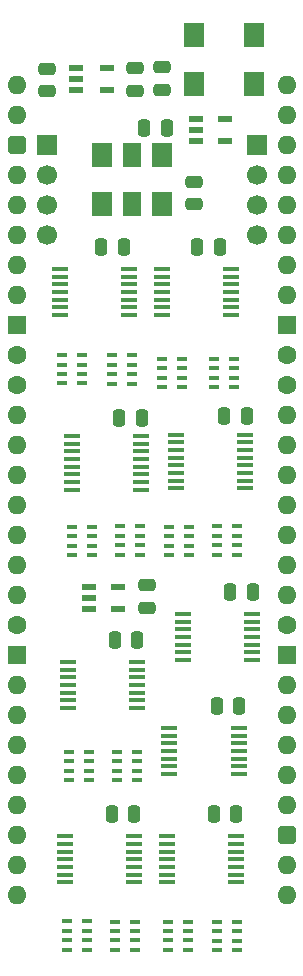
<source format=gts>
%TF.GenerationSoftware,KiCad,Pcbnew,9.0.7-9.0.7~ubuntu24.04.1*%
%TF.CreationDate,2026-02-19T11:05:43+02:00*%
%TF.ProjectId,Triple MPU Clock Generator,54726970-6c65-4204-9d50-5520436c6f63,V1*%
%TF.SameCoordinates,Original*%
%TF.FileFunction,Soldermask,Top*%
%TF.FilePolarity,Negative*%
%FSLAX46Y46*%
G04 Gerber Fmt 4.6, Leading zero omitted, Abs format (unit mm)*
G04 Created by KiCad (PCBNEW 9.0.7-9.0.7~ubuntu24.04.1) date 2026-02-19 11:05:43*
%MOMM*%
%LPD*%
G01*
G04 APERTURE LIST*
G04 Aperture macros list*
%AMRoundRect*
0 Rectangle with rounded corners*
0 $1 Rounding radius*
0 $2 $3 $4 $5 $6 $7 $8 $9 X,Y pos of 4 corners*
0 Add a 4 corners polygon primitive as box body*
4,1,4,$2,$3,$4,$5,$6,$7,$8,$9,$2,$3,0*
0 Add four circle primitives for the rounded corners*
1,1,$1+$1,$2,$3*
1,1,$1+$1,$4,$5*
1,1,$1+$1,$6,$7*
1,1,$1+$1,$8,$9*
0 Add four rect primitives between the rounded corners*
20,1,$1+$1,$2,$3,$4,$5,0*
20,1,$1+$1,$4,$5,$6,$7,0*
20,1,$1+$1,$6,$7,$8,$9,0*
20,1,$1+$1,$8,$9,$2,$3,0*%
G04 Aperture macros list end*
%ADD10R,1.800000X2.000000*%
%ADD11R,1.250000X0.600000*%
%ADD12RoundRect,0.250000X0.475000X-0.250000X0.475000X0.250000X-0.475000X0.250000X-0.475000X-0.250000X0*%
%ADD13RoundRect,0.250000X-0.250000X-0.475000X0.250000X-0.475000X0.250000X0.475000X-0.250000X0.475000X0*%
%ADD14RoundRect,0.250000X0.250000X0.475000X-0.250000X0.475000X-0.250000X-0.475000X0.250000X-0.475000X0*%
%ADD15R,0.950000X0.450000*%
%ADD16R,1.600000X2.000000*%
%ADD17R,1.150000X0.600000*%
%ADD18O,1.600000X1.600000*%
%ADD19RoundRect,0.400000X-0.400000X-0.400000X0.400000X-0.400000X0.400000X0.400000X-0.400000X0.400000X0*%
%ADD20R,1.600000X1.600000*%
%ADD21C,1.600000*%
%ADD22R,0.900000X0.450000*%
%ADD23R,1.475000X0.450000*%
%ADD24R,1.700000X1.700000*%
%ADD25C,1.700000*%
%ADD26R,1.450000X0.450000*%
%ADD27RoundRect,0.250000X-0.475000X0.250000X-0.475000X-0.250000X0.475000X-0.250000X0.475000X0.250000X0*%
G04 APERTURE END LIST*
D10*
%TO.C,Y2*%
X14986000Y59000D03*
X20066000Y59000D03*
X20066000Y4259000D03*
X14986000Y4259000D03*
%TD*%
D11*
%TO.C,IC8*%
X15153000Y-2860000D03*
X15153000Y-3810000D03*
X15153000Y-4760000D03*
X17653000Y-4760000D03*
X17653000Y-2860000D03*
%TD*%
D12*
%TO.C,C15*%
X12319000Y-426000D03*
X12319000Y1474000D03*
%TD*%
D13*
%TO.C,C9*%
X10800000Y-3683000D03*
X12700000Y-3683000D03*
%TD*%
D14*
%TO.C,C4*%
X10205000Y-47020000D03*
X8305000Y-47020000D03*
%TD*%
D12*
%TO.C,C10*%
X2540000Y-553000D03*
X2540000Y1347000D03*
%TD*%
D15*
%TO.C,CN2*%
X14009000Y-25603200D03*
X14009000Y-24803200D03*
X14009000Y-24003200D03*
X14009000Y-23203200D03*
X12309000Y-23203200D03*
X12309000Y-24003200D03*
X12309000Y-24803200D03*
X12309000Y-25603200D03*
%TD*%
D10*
%TO.C,Y1*%
X7239000Y-10101000D03*
D16*
X9779000Y-10101000D03*
D10*
X12319000Y-10101000D03*
X12319000Y-5901000D03*
D16*
X9779000Y-5901000D03*
D10*
X7239000Y-5901000D03*
%TD*%
D17*
%TO.C,IC1*%
X5050000Y1458000D03*
X5050000Y508000D03*
X5050000Y-442000D03*
X7650000Y-442000D03*
X7650000Y1458000D03*
%TD*%
D14*
%TO.C,C12*%
X18587000Y-61722000D03*
X16687000Y-61722000D03*
%TD*%
%TO.C,C14*%
X19476000Y-28067000D03*
X17576000Y-28067000D03*
%TD*%
D18*
%TO.C,J2*%
X0Y0D03*
X0Y-2540000D03*
D19*
X0Y-5080000D03*
D18*
X0Y-7620000D03*
X0Y-10160000D03*
X0Y-12700000D03*
X0Y-15240000D03*
X0Y-17780000D03*
D20*
X0Y-20320000D03*
D21*
X0Y-22860000D03*
X0Y-25400000D03*
D18*
X0Y-27940000D03*
X0Y-30480000D03*
X0Y-33020000D03*
X0Y-35560000D03*
X0Y-38100000D03*
X0Y-40640000D03*
X0Y-43180000D03*
D21*
X0Y-45720000D03*
D20*
X0Y-48260000D03*
D18*
X0Y-50800000D03*
X0Y-53340000D03*
X0Y-55880000D03*
X0Y-58420000D03*
X0Y-60960000D03*
X0Y-63500000D03*
X0Y-66040000D03*
X0Y-68580000D03*
X22860000Y-68580000D03*
X22860000Y-66040000D03*
D19*
X22860000Y-63500000D03*
D18*
X22860000Y-60960000D03*
X22860000Y-58420000D03*
X22860000Y-55880000D03*
X22860000Y-53340000D03*
X22860000Y-50800000D03*
D20*
X22860000Y-48260000D03*
D21*
X22860000Y-45720000D03*
D18*
X22860000Y-43180000D03*
X22860000Y-40640000D03*
X22860000Y-38100000D03*
X22860000Y-35560000D03*
X22860000Y-33020000D03*
X22860000Y-30480000D03*
X22860000Y-27940000D03*
D21*
X22860000Y-25400000D03*
X22860000Y-22860000D03*
D20*
X22860000Y-20320000D03*
D18*
X22860000Y-17780000D03*
X22860000Y-15240000D03*
X22860000Y-12700000D03*
X22860000Y-10160000D03*
X22860000Y-7620000D03*
X22860000Y-5080000D03*
X22860000Y-2540000D03*
X22860000Y0D03*
%TD*%
D22*
%TO.C,RN3*%
X3849000Y-22880800D03*
X3849000Y-23680800D03*
X3849000Y-24480800D03*
X3849000Y-25280800D03*
X5549000Y-25280800D03*
X5549000Y-24480800D03*
X5549000Y-23680800D03*
X5549000Y-22880800D03*
%TD*%
D23*
%TO.C,IC3*%
X4340000Y-48850000D03*
X4340000Y-49500000D03*
X4340000Y-50150000D03*
X4340000Y-50800000D03*
X4340000Y-51450000D03*
X4340000Y-52100000D03*
X4340000Y-52750000D03*
X10216000Y-52750000D03*
X10216000Y-52100000D03*
X10216000Y-51450000D03*
X10216000Y-50800000D03*
X10216000Y-50150000D03*
X10216000Y-49500000D03*
X10216000Y-48850000D03*
%TD*%
D14*
%TO.C,C6*%
X17190000Y-13716000D03*
X15290000Y-13716000D03*
%TD*%
%TO.C,C7*%
X9951000Y-61722000D03*
X8051000Y-61722000D03*
%TD*%
D22*
%TO.C,RN7*%
X10160000Y-58877200D03*
X10160000Y-58077200D03*
X10160000Y-57277200D03*
X10160000Y-56477200D03*
X8460000Y-56477200D03*
X8460000Y-57277200D03*
X8460000Y-58077200D03*
X8460000Y-58877200D03*
%TD*%
D23*
%TO.C,IC4*%
X4064000Y-63627000D03*
X4064000Y-64277000D03*
X4064000Y-64927000D03*
X4064000Y-65577000D03*
X4064000Y-66227000D03*
X4064000Y-66877000D03*
X4064000Y-67527000D03*
X9940000Y-67527000D03*
X9940000Y-66877000D03*
X9940000Y-66227000D03*
X9940000Y-65577000D03*
X9940000Y-64927000D03*
X9940000Y-64277000D03*
X9940000Y-63627000D03*
%TD*%
%TO.C,IC2*%
X12302000Y-15576000D03*
X12302000Y-16226000D03*
X12302000Y-16876000D03*
X12302000Y-17526000D03*
X12302000Y-18176000D03*
X12302000Y-18826000D03*
X12302000Y-19476000D03*
X18178000Y-19476000D03*
X18178000Y-18826000D03*
X18178000Y-18176000D03*
X18178000Y-17526000D03*
X18178000Y-16876000D03*
X18178000Y-16226000D03*
X18178000Y-15576000D03*
%TD*%
D14*
%TO.C,C2*%
X9062000Y-13716000D03*
X7162000Y-13716000D03*
%TD*%
D15*
%TO.C,CN8*%
X6350000Y-39807999D03*
X6350000Y-39007999D03*
X6350000Y-38207999D03*
X6350000Y-37407999D03*
X4650000Y-37407999D03*
X4650000Y-38207999D03*
X4650000Y-39007999D03*
X4650000Y-39807999D03*
%TD*%
D12*
%TO.C,C11*%
X10033000Y-487000D03*
X10033000Y1413000D03*
%TD*%
D24*
%TO.C,J5*%
X20320000Y-5080000D03*
D25*
X20320000Y-7620000D03*
X20320000Y-10160000D03*
X20320000Y-12700000D03*
%TD*%
D22*
%TO.C,RN2*%
X16930000Y-37388800D03*
X16930000Y-38188800D03*
X16930000Y-38988800D03*
X16930000Y-39788800D03*
X18630000Y-39788800D03*
X18630000Y-38988800D03*
X18630000Y-38188800D03*
X18630000Y-37388800D03*
%TD*%
D23*
%TO.C,IC6*%
X14080000Y-44786000D03*
X14080000Y-45436000D03*
X14080000Y-46086000D03*
X14080000Y-46736000D03*
X14080000Y-47386000D03*
X14080000Y-48036000D03*
X14080000Y-48686000D03*
X19956000Y-48686000D03*
X19956000Y-48036000D03*
X19956000Y-47386000D03*
X19956000Y-46736000D03*
X19956000Y-46086000D03*
X19956000Y-45436000D03*
X19956000Y-44786000D03*
%TD*%
D24*
%TO.C,J4*%
X2540000Y-5080000D03*
D25*
X2540000Y-7620000D03*
X2540000Y-10160000D03*
X2540000Y-12700000D03*
%TD*%
D26*
%TO.C,IC7*%
X13458000Y-29602000D03*
X13458000Y-30252000D03*
X13458000Y-30902000D03*
X13458000Y-31552000D03*
X13458000Y-32202000D03*
X13458000Y-32852000D03*
X13458000Y-33502000D03*
X13458000Y-34152000D03*
X19308000Y-34152000D03*
X19308000Y-33502000D03*
X19308000Y-32852000D03*
X19308000Y-32202000D03*
X19308000Y-31552000D03*
X19308000Y-30902000D03*
X19308000Y-30252000D03*
X19308000Y-29602000D03*
%TD*%
D22*
%TO.C,RN6*%
X18376000Y-25603200D03*
X18376000Y-24803200D03*
X18376000Y-24003200D03*
X18376000Y-23203200D03*
X16676000Y-23203200D03*
X16676000Y-24003200D03*
X16676000Y-24803200D03*
X16676000Y-25603200D03*
%TD*%
D23*
%TO.C,IC10*%
X12937000Y-54438000D03*
X12937000Y-55088000D03*
X12937000Y-55738000D03*
X12937000Y-56388000D03*
X12937000Y-57038000D03*
X12937000Y-57688000D03*
X12937000Y-58338000D03*
X18813000Y-58338000D03*
X18813000Y-57688000D03*
X18813000Y-57038000D03*
X18813000Y-56388000D03*
X18813000Y-55738000D03*
X18813000Y-55088000D03*
X18813000Y-54438000D03*
%TD*%
D22*
%TO.C,RN8*%
X4230000Y-70815800D03*
X4230000Y-71615800D03*
X4230000Y-72415800D03*
X4230000Y-73215800D03*
X5930000Y-73215800D03*
X5930000Y-72415800D03*
X5930000Y-71615800D03*
X5930000Y-70815800D03*
%TD*%
D23*
%TO.C,IC5*%
X12700000Y-63627000D03*
X12700000Y-64277000D03*
X12700000Y-64927000D03*
X12700000Y-65577000D03*
X12700000Y-66227000D03*
X12700000Y-66877000D03*
X12700000Y-67527000D03*
X18576000Y-67527000D03*
X18576000Y-66877000D03*
X18576000Y-66227000D03*
X18576000Y-65577000D03*
X18576000Y-64927000D03*
X18576000Y-64277000D03*
X18576000Y-63627000D03*
%TD*%
D15*
%TO.C,CN5*%
X14478000Y-73235000D03*
X14478000Y-72435000D03*
X14478000Y-71635000D03*
X14478000Y-70835000D03*
X12778000Y-70835000D03*
X12778000Y-71635000D03*
X12778000Y-72435000D03*
X12778000Y-73235000D03*
%TD*%
D27*
%TO.C,C8*%
X14986000Y-8210000D03*
X14986000Y-10110000D03*
%TD*%
D15*
%TO.C,CN1*%
X8040000Y-22900000D03*
X8040000Y-23700000D03*
X8040000Y-24500000D03*
X8040000Y-25300000D03*
X9740000Y-25300000D03*
X9740000Y-24500000D03*
X9740000Y-23700000D03*
X9740000Y-22900000D03*
%TD*%
%TO.C,CN7*%
X14566000Y-39807999D03*
X14566000Y-39007999D03*
X14566000Y-38207999D03*
X14566000Y-37407999D03*
X12866000Y-37407999D03*
X12866000Y-38207999D03*
X12866000Y-39007999D03*
X12866000Y-39807999D03*
%TD*%
D26*
%TO.C,IC11*%
X4695000Y-29729000D03*
X4695000Y-30379000D03*
X4695000Y-31029000D03*
X4695000Y-31679000D03*
X4695000Y-32329000D03*
X4695000Y-32979000D03*
X4695000Y-33629000D03*
X4695000Y-34279000D03*
X10545000Y-34279000D03*
X10545000Y-33629000D03*
X10545000Y-32979000D03*
X10545000Y-32329000D03*
X10545000Y-31679000D03*
X10545000Y-31029000D03*
X10545000Y-30379000D03*
X10545000Y-29729000D03*
%TD*%
D11*
%TO.C,IC12*%
X6116000Y-42484000D03*
X6116000Y-43434000D03*
X6116000Y-44384000D03*
X8616000Y-44384000D03*
X8616000Y-42484000D03*
%TD*%
D14*
%TO.C,C13*%
X10586000Y-28194000D03*
X8686000Y-28194000D03*
%TD*%
D22*
%TO.C,RN9*%
X18630000Y-73254200D03*
X18630000Y-72454200D03*
X18630000Y-71654200D03*
X18630000Y-70854200D03*
X16930000Y-70854200D03*
X16930000Y-71654200D03*
X16930000Y-72454200D03*
X16930000Y-73254200D03*
%TD*%
D15*
%TO.C,CN3*%
X6096000Y-58858000D03*
X6096000Y-58058000D03*
X6096000Y-57258000D03*
X6096000Y-56458000D03*
X4396000Y-56458000D03*
X4396000Y-57258000D03*
X4396000Y-58058000D03*
X4396000Y-58858000D03*
%TD*%
D14*
%TO.C,C3*%
X18841000Y-52578000D03*
X16941000Y-52578000D03*
%TD*%
%TO.C,C5*%
X19984000Y-42926000D03*
X18084000Y-42926000D03*
%TD*%
D23*
%TO.C,IC13*%
X3666000Y-15576000D03*
X3666000Y-16226000D03*
X3666000Y-16876000D03*
X3666000Y-17526000D03*
X3666000Y-18176000D03*
X3666000Y-18826000D03*
X3666000Y-19476000D03*
X9542000Y-19476000D03*
X9542000Y-18826000D03*
X9542000Y-18176000D03*
X9542000Y-17526000D03*
X9542000Y-16876000D03*
X9542000Y-16226000D03*
X9542000Y-15576000D03*
%TD*%
D15*
%TO.C,CN4*%
X8294000Y-70835000D03*
X8294000Y-71635000D03*
X8294000Y-72435000D03*
X8294000Y-73235000D03*
X9994000Y-73235000D03*
X9994000Y-72435000D03*
X9994000Y-71635000D03*
X9994000Y-70835000D03*
%TD*%
D22*
%TO.C,RN4*%
X8713999Y-37388799D03*
X8713999Y-38188799D03*
X8713999Y-38988799D03*
X8713999Y-39788799D03*
X10413999Y-39788799D03*
X10413999Y-38988799D03*
X10413999Y-38188799D03*
X10413999Y-37388799D03*
%TD*%
D27*
%TO.C,C1*%
X11049000Y-42373000D03*
X11049000Y-44273000D03*
%TD*%
M02*

</source>
